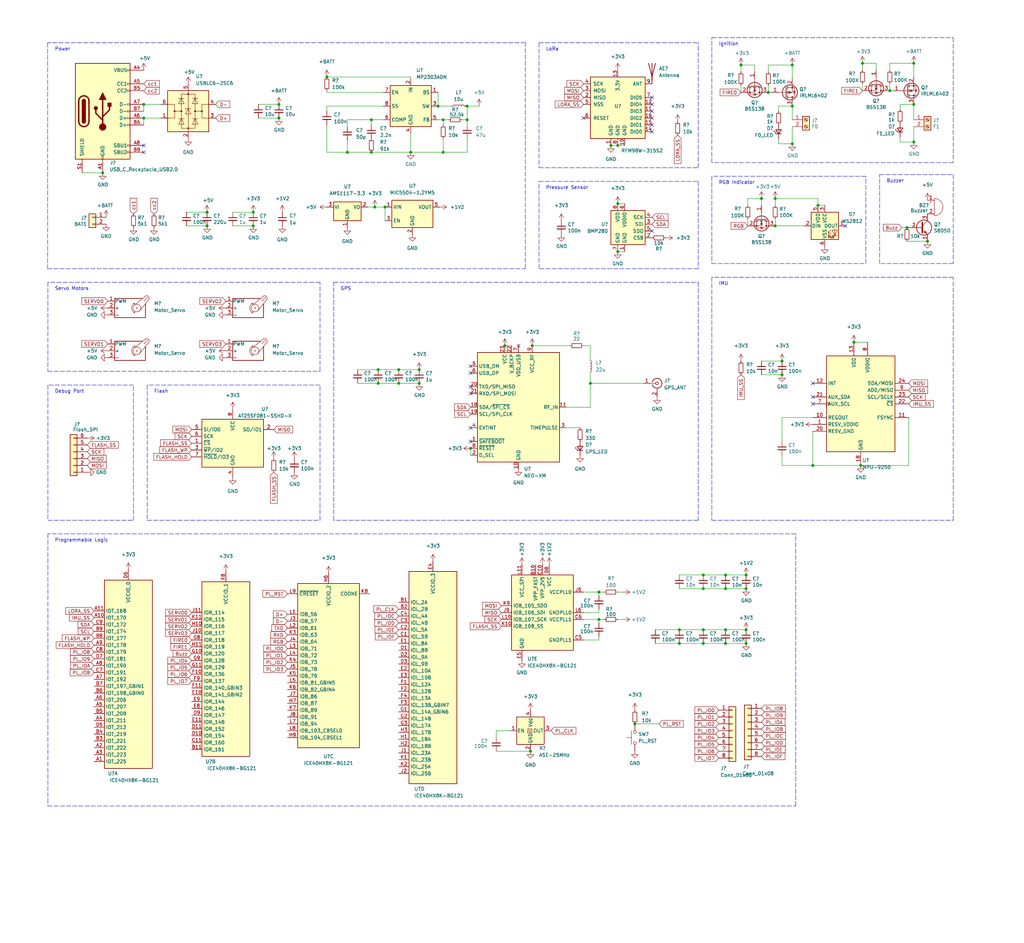
<source format=kicad_sch>
(kicad_sch (version 20211123) (generator eeschema)
  (paper "User" 380.009 350.012)
  (junction (at 219.075 142.24))
  (junction (at 38.1 64.135))
  (junction (at 294.005 24.13))
  (junction (at 269.24 213.36))
  (junction (at 339.09 52.705))
  (junction (at 162.56 39.37))
  (junction (at 173.355 39.37))
  (junction (at 229.235 53.975))
  (junction (at 290.195 133.985))
  (junction (at 339.09 23.495))
  (junction (at 142.875 76.835))
  (junction (at 235.585 268.605))
  (junction (at 173.355 44.45))
  (junction (at 137.795 44.45))
  (junction (at 269.24 238.76))
  (junction (at 294.005 53.34))
  (junction (at 137.795 56.515))
  (junction (at 290.195 139.065))
  (junction (at 140.335 137.16))
  (junction (at 164.465 44.45))
  (junction (at 93.98 83.82))
  (junction (at 269.24 233.68))
  (junction (at 93.98 78.74))
  (junction (at 187.325 128.27))
  (junction (at 344.17 89.535))
  (junction (at 269.24 218.44))
  (junction (at 53.34 43.815))
  (junction (at 285.115 34.29))
  (junction (at 53.34 38.735))
  (junction (at 260.985 238.76))
  (junction (at 294.005 39.37))
  (junction (at 147.955 142.24))
  (junction (at 276.86 233.68))
  (junction (at 196.85 278.765))
  (junction (at 174.625 166.37))
  (junction (at 336.55 84.455))
  (junction (at 155.575 142.24))
  (junction (at 260.985 213.36))
  (junction (at 276.86 213.36))
  (junction (at 252.095 238.76))
  (junction (at 103.505 43.815))
  (junction (at 226.695 53.975))
  (junction (at 76.835 78.74))
  (junction (at 128.905 56.515))
  (junction (at 320.04 23.495))
  (junction (at 282.575 73.66))
  (junction (at 197.485 128.27))
  (junction (at 339.09 38.735))
  (junction (at 147.955 137.16))
  (junction (at 229.235 93.345))
  (junction (at 287.655 83.82))
  (junction (at 229.235 75.565))
  (junction (at 276.86 218.44))
  (junction (at 103.505 38.735))
  (junction (at 222.25 229.87))
  (junction (at 260.985 218.44))
  (junction (at 319.405 172.72))
  (junction (at 276.86 238.76))
  (junction (at 301.625 172.72))
  (junction (at 330.2 33.655))
  (junction (at 287.655 73.66))
  (junction (at 152.4 56.515))
  (junction (at 139.065 76.835))
  (junction (at 76.835 83.82))
  (junction (at 316.865 127))
  (junction (at 121.285 28.575))
  (junction (at 274.955 24.13))
  (junction (at 252.095 233.68))
  (junction (at 155.575 137.16))
  (junction (at 222.25 219.71))
  (junction (at 164.465 56.515))
  (junction (at 140.335 142.24))
  (junction (at 260.985 233.68))
  (junction (at 303.53 76.2))
  (no_connect (at 301.625 142.24))
  (no_connect (at 241.935 36.195))
  (no_connect (at 174.625 163.83))
  (no_connect (at 241.935 43.815))
  (no_connect (at 174.625 158.75))
  (no_connect (at 174.625 138.43))
  (no_connect (at 241.935 41.275))
  (no_connect (at -106.045 -0.635))
  (no_connect (at 53.34 56.515))
  (no_connect (at 53.34 53.975))
  (no_connect (at 301.625 147.32))
  (no_connect (at 174.625 146.05))
  (no_connect (at 241.935 85.725))
  (no_connect (at 174.625 143.51))
  (no_connect (at 241.935 48.895))
  (no_connect (at 216.535 43.815))
  (no_connect (at 313.69 83.82))
  (no_connect (at 241.935 38.735))
  (no_connect (at 174.625 135.89))
  (no_connect (at 241.935 46.355))
  (no_connect (at 301.625 149.86))
  (no_connect (at 192.405 128.27))
  (wire (pts (xy 147.955 137.16) (xy 155.575 137.16)))
  (polyline (pts (xy 259.08 67.31) (xy 259.08 99.695)))
  (polyline (pts (xy 118.745 142.875) (xy 54.61 142.875)))
  (polyline (pts (xy 353.695 102.87) (xy 264.16 102.87)))
  (wire (pts (xy 172.72 39.37) (xy 173.355 39.37)))
  (wire (pts (xy 229.235 93.345) (xy 231.775 93.345)))
  (wire (pts (xy 339.09 46.99) (xy 339.09 52.705)))
  (wire (pts (xy 222.25 229.87) (xy 222.25 231.14)))
  (wire (pts (xy 121.285 46.355) (xy 121.285 56.515)))
  (wire (pts (xy 334.01 52.705) (xy 339.09 52.705)))
  (wire (pts (xy 140.335 137.16) (xy 147.955 137.16)))
  (wire (pts (xy 288.925 53.34) (xy 294.005 53.34)))
  (wire (pts (xy 140.335 142.24) (xy 147.955 142.24)))
  (wire (pts (xy 330.2 26.035) (xy 330.2 23.495)))
  (wire (pts (xy 252.095 233.68) (xy 260.985 233.68)))
  (wire (pts (xy 294.005 39.37) (xy 294.005 44.45)))
  (wire (pts (xy 290.195 168.91) (xy 290.195 172.72)))
  (wire (pts (xy 252.095 218.44) (xy 260.985 218.44)))
  (wire (pts (xy 285.115 26.67) (xy 285.115 24.13)))
  (wire (pts (xy 210.185 151.13) (xy 219.075 151.13)))
  (wire (pts (xy 339.09 44.45) (xy 339.09 38.735)))
  (wire (pts (xy 219.075 151.13) (xy 219.075 142.24)))
  (polyline (pts (xy 264.16 13.97) (xy 353.695 13.97)))
  (wire (pts (xy 334.645 84.455) (xy 336.55 84.455)))
  (wire (pts (xy 121.285 56.515) (xy 128.905 56.515)))
  (wire (pts (xy 294.005 24.13) (xy 294.005 29.21)))
  (polyline (pts (xy 353.695 97.79) (xy 326.39 97.79)))
  (polyline (pts (xy 295.275 299.085) (xy 295.275 198.12)))
  (wire (pts (xy 288.925 39.37) (xy 294.005 39.37)))
  (polyline (pts (xy 353.695 60.325) (xy 264.16 60.325)))
  (polyline (pts (xy 194.945 99.695) (xy 194.945 15.875)))
  (wire (pts (xy 294.005 46.99) (xy 294.005 53.34)))
  (wire (pts (xy 95.885 43.815) (xy 103.505 43.815)))
  (wire (pts (xy 128.905 56.515) (xy 137.795 56.515)))
  (polyline (pts (xy 49.53 193.04) (xy 49.53 142.875)))
  (wire (pts (xy 216.535 219.71) (xy 222.25 219.71)))
  (wire (pts (xy 285.115 34.29) (xy 286.385 34.29)))
  (polyline (pts (xy 17.78 137.795) (xy 118.745 137.795)))
  (wire (pts (xy 164.465 44.45) (xy 166.37 44.45)))
  (wire (pts (xy 282.575 76.2) (xy 282.575 73.66)))
  (wire (pts (xy 301.625 160.02) (xy 301.625 172.72)))
  (wire (pts (xy 260.985 213.36) (xy 269.24 213.36)))
  (wire (pts (xy 95.885 38.735) (xy 103.505 38.735)))
  (wire (pts (xy 229.235 229.87) (xy 231.14 229.87)))
  (wire (pts (xy 210.185 158.75) (xy 215.265 158.75)))
  (wire (pts (xy 330.2 23.495) (xy 339.09 23.495)))
  (wire (pts (xy 162.56 34.29) (xy 162.56 39.37)))
  (wire (pts (xy 303.53 73.66) (xy 303.53 76.2)))
  (wire (pts (xy 290.195 172.72) (xy 301.625 172.72)))
  (polyline (pts (xy 321.31 65.405) (xy 264.16 65.405)))
  (wire (pts (xy 320.04 31.115) (xy 320.04 33.655)))
  (wire (pts (xy 162.56 39.37) (xy 167.64 39.37)))
  (wire (pts (xy 164.465 56.515) (xy 173.355 56.515)))
  (wire (pts (xy 216.535 229.87) (xy 222.25 229.87)))
  (polyline (pts (xy 200.025 67.31) (xy 259.08 67.31)))
  (wire (pts (xy 287.655 83.82) (xy 298.45 83.82)))
  (wire (pts (xy 320.04 23.495) (xy 320.04 26.035)))
  (wire (pts (xy 184.15 271.145) (xy 184.15 273.685)))
  (polyline (pts (xy 17.78 299.085) (xy 295.275 299.085)))
  (polyline (pts (xy 200.025 99.695) (xy 200.025 67.31)))
  (wire (pts (xy 269.24 233.68) (xy 276.86 233.68)))
  (wire (pts (xy 219.075 138.43) (xy 219.075 142.24)))
  (wire (pts (xy 137.795 46.355) (xy 137.795 44.45)))
  (wire (pts (xy 319.405 172.72) (xy 337.185 172.72)))
  (polyline (pts (xy 194.945 15.875) (xy 17.653 15.875)))
  (wire (pts (xy 121.285 33.655) (xy 121.285 34.29)))
  (wire (pts (xy 282.575 139.065) (xy 290.195 139.065)))
  (polyline (pts (xy 353.695 13.97) (xy 353.695 60.325)))
  (wire (pts (xy 222.25 219.71) (xy 222.25 220.98)))
  (wire (pts (xy 137.795 44.45) (xy 142.24 44.45)))
  (wire (pts (xy 69.215 83.82) (xy 76.835 83.82)))
  (wire (pts (xy 316.865 127) (xy 321.945 127)))
  (polyline (pts (xy 259.08 104.775) (xy 259.08 193.04)))
  (wire (pts (xy 325.12 26.035) (xy 325.12 23.495)))
  (wire (pts (xy 164.465 51.435) (xy 164.465 56.515)))
  (wire (pts (xy 277.495 81.28) (xy 277.495 83.82)))
  (polyline (pts (xy 17.78 198.12) (xy 17.78 299.085)))
  (wire (pts (xy 121.285 39.37) (xy 142.24 39.37)))
  (wire (pts (xy 216.535 128.27) (xy 219.075 128.27)))
  (wire (pts (xy 187.325 128.27) (xy 189.865 128.27)))
  (wire (pts (xy 86.36 78.74) (xy 93.98 78.74)))
  (wire (pts (xy 173.355 46.355) (xy 173.355 44.45)))
  (polyline (pts (xy 118.745 137.795) (xy 118.745 104.775)))
  (polyline (pts (xy 326.39 97.79) (xy 326.39 64.77)))
  (wire (pts (xy 162.56 44.45) (xy 164.465 44.45)))
  (wire (pts (xy 269.24 218.44) (xy 276.86 218.44)))
  (wire (pts (xy 197.485 128.27) (xy 211.455 128.27)))
  (polyline (pts (xy 54.61 193.04) (xy 118.745 193.04)))
  (wire (pts (xy 287.655 73.66) (xy 303.53 73.66)))
  (polyline (pts (xy 259.08 193.04) (xy 123.825 193.04)))
  (polyline (pts (xy 264.16 60.325) (xy 264.16 13.97)))
  (wire (pts (xy 339.09 23.495) (xy 339.09 28.575)))
  (wire (pts (xy 173.355 39.37) (xy 173.355 44.45)))
  (wire (pts (xy 222.25 227.33) (xy 216.535 227.33)))
  (wire (pts (xy 301.625 154.94) (xy 290.195 154.94)))
  (wire (pts (xy 173.355 39.37) (xy 177.8 39.37)))
  (wire (pts (xy 69.215 78.74) (xy 76.835 78.74)))
  (wire (pts (xy 288.925 41.275) (xy 288.925 39.37)))
  (wire (pts (xy 229.235 53.975) (xy 231.775 53.975)))
  (wire (pts (xy 86.36 83.82) (xy 93.98 83.82)))
  (wire (pts (xy 274.955 24.13) (xy 274.955 26.67)))
  (wire (pts (xy 53.34 43.815) (xy 53.34 46.355)))
  (wire (pts (xy 274.955 31.75) (xy 274.955 34.29)))
  (wire (pts (xy 336.55 89.535) (xy 344.17 89.535)))
  (wire (pts (xy 53.34 38.735) (xy 53.34 41.275)))
  (wire (pts (xy 53.34 38.735) (xy 59.69 38.735)))
  (wire (pts (xy 287.655 76.2) (xy 287.655 73.66)))
  (wire (pts (xy 303.53 76.2) (xy 306.07 76.2)))
  (wire (pts (xy 139.065 76.835) (xy 142.875 76.835)))
  (wire (pts (xy 277.495 73.66) (xy 277.495 76.2)))
  (wire (pts (xy 269.24 238.76) (xy 276.86 238.76)))
  (wire (pts (xy 243.205 238.76) (xy 252.095 238.76)))
  (wire (pts (xy 222.25 236.22) (xy 222.25 237.49)))
  (wire (pts (xy 287.655 81.28) (xy 287.655 83.82)))
  (wire (pts (xy 136.525 76.835) (xy 139.065 76.835)))
  (polyline (pts (xy 17.78 142.875) (xy 17.78 193.04)))
  (wire (pts (xy 330.2 31.115) (xy 330.2 33.655)))
  (wire (pts (xy 222.25 226.06) (xy 222.25 227.33)))
  (polyline (pts (xy 321.31 97.79) (xy 321.31 65.405)))
  (wire (pts (xy 132.715 137.16) (xy 140.335 137.16)))
  (wire (pts (xy 216.535 237.49) (xy 222.25 237.49)))
  (wire (pts (xy 128.905 46.99) (xy 128.905 44.45)))
  (wire (pts (xy 320.04 23.495) (xy 325.12 23.495)))
  (polyline (pts (xy 54.61 142.875) (xy 54.61 193.04)))
  (wire (pts (xy 269.24 213.36) (xy 276.86 213.36)))
  (wire (pts (xy 330.2 33.655) (xy 331.47 33.655)))
  (wire (pts (xy 152.4 49.53) (xy 152.4 56.515)))
  (polyline (pts (xy 123.825 193.04) (xy 123.825 104.775)))
  (polyline (pts (xy 353.695 64.77) (xy 353.695 97.79)))
  (wire (pts (xy 219.075 142.24) (xy 238.76 142.24)))
  (wire (pts (xy 121.285 41.275) (xy 121.285 39.37)))
  (wire (pts (xy 285.115 24.13) (xy 294.005 24.13)))
  (wire (pts (xy 252.095 238.76) (xy 260.985 238.76)))
  (polyline (pts (xy 200.025 62.23) (xy 259.08 62.23)))
  (polyline (pts (xy 295.275 198.12) (xy 17.78 198.12)))
  (wire (pts (xy 235.585 268.605) (xy 244.475 268.605)))
  (polyline (pts (xy 17.78 104.775) (xy 17.78 137.795)))
  (wire (pts (xy 137.795 56.515) (xy 152.4 56.515)))
  (polyline (pts (xy 123.825 104.775) (xy 259.08 104.775)))
  (wire (pts (xy 184.15 278.765) (xy 196.85 278.765)))
  (wire (pts (xy 174.625 166.37) (xy 174.625 168.91)))
  (wire (pts (xy 231.14 219.71) (xy 229.235 219.71)))
  (wire (pts (xy 334.01 50.8) (xy 334.01 52.705)))
  (wire (pts (xy 128.905 52.07) (xy 128.905 56.515)))
  (wire (pts (xy 184.15 271.145) (xy 189.23 271.145)))
  (polyline (pts (xy 259.08 99.695) (xy 200.025 99.695)))
  (wire (pts (xy 173.355 56.515) (xy 173.355 51.435)))
  (polyline (pts (xy 264.16 97.79) (xy 321.31 97.79)))
  (wire (pts (xy 280.035 26.67) (xy 280.035 24.13)))
  (polyline (pts (xy 200.025 15.875) (xy 259.08 15.875)))
  (polyline (pts (xy 264.16 102.87) (xy 264.16 193.04)))
  (wire (pts (xy 164.465 44.45) (xy 164.465 46.355)))
  (wire (pts (xy 290.195 154.94) (xy 290.195 163.83)))
  (wire (pts (xy 142.875 76.835) (xy 142.875 81.915)))
  (wire (pts (xy 288.925 51.435) (xy 288.925 53.34)))
  (wire (pts (xy 226.695 53.975) (xy 229.235 53.975)))
  (wire (pts (xy 260.985 218.44) (xy 269.24 218.44)))
  (wire (pts (xy 282.575 133.985) (xy 290.195 133.985)))
  (wire (pts (xy 260.985 233.68) (xy 269.24 233.68)))
  (wire (pts (xy 222.25 229.87) (xy 224.155 229.87)))
  (wire (pts (xy 274.955 24.13) (xy 280.035 24.13)))
  (polyline (pts (xy 259.08 62.23) (xy 259.08 15.875)))
  (polyline (pts (xy 326.39 64.77) (xy 353.695 64.77)))
  (wire (pts (xy 219.075 128.27) (xy 219.075 133.35)))
  (wire (pts (xy 319.405 172.72) (xy 301.625 172.72)))
  (wire (pts (xy 252.095 213.36) (xy 260.985 213.36)))
  (polyline (pts (xy 200.025 15.875) (xy 200.025 62.23)))
  (wire (pts (xy 334.01 40.64) (xy 334.01 38.735)))
  (wire (pts (xy 285.115 31.75) (xy 285.115 34.29)))
  (wire (pts (xy 334.01 38.735) (xy 339.09 38.735)))
  (polyline (pts (xy 17.78 193.04) (xy 49.53 193.04)))
  (wire (pts (xy 128.905 44.45) (xy 137.795 44.45)))
  (polyline (pts (xy 264.16 65.405) (xy 264.16 97.79)))
  (wire (pts (xy 132.715 142.24) (xy 140.335 142.24)))
  (polyline (pts (xy 17.653 99.695) (xy 194.945 99.695)))
  (polyline (pts (xy 17.653 15.875) (xy 17.653 99.695)))
  (wire (pts (xy 121.285 34.29) (xy 142.24 34.29)))
  (wire (pts (xy 53.34 43.815) (xy 59.69 43.815)))
  (wire (pts (xy 173.355 44.45) (xy 171.45 44.45)))
  (wire (pts (xy 147.955 142.24) (xy 155.575 142.24)))
  (wire (pts (xy 152.4 56.515) (xy 164.465 56.515)))
  (wire (pts (xy 277.495 73.66) (xy 282.575 73.66)))
  (wire (pts (xy 243.205 233.68) (xy 252.095 233.68)))
  (wire (pts (xy 30.48 64.135) (xy 38.1 64.135)))
  (wire (pts (xy 229.235 75.565) (xy 231.775 75.565)))
  (polyline (pts (xy 264.16 193.04) (xy 353.695 193.04)))
  (wire (pts (xy 337.185 172.72) (xy 337.185 154.94)))
  (wire (pts (xy 121.285 28.575) (xy 152.4 28.575)))
  (polyline (pts (xy 49.53 142.875) (xy 17.78 142.875)))
  (polyline (pts (xy 118.745 193.04) (xy 118.745 142.875)))
  (wire (pts (xy 222.25 219.71) (xy 224.155 219.71)))
  (wire (pts (xy 260.985 238.76) (xy 269.24 238.76)))
  (wire (pts (xy 152.4 28.575) (xy 152.4 29.21)))
  (polyline (pts (xy 118.745 104.775) (xy 17.78 104.775)))
  (polyline (pts (xy 353.695 193.04) (xy 353.695 102.87)))
  (text "RGB Indicator" (at 266.7 68.58 0) (effects (font (size 1.27 1.27)) (justify left bottom)))
  (text "IMU" (at 266.7 106.045 0) (effects (font (size 1.27 1.27)) (justify left bottom)))
  (text "Debug Port" (at 20.32 146.05 0) (effects (font (size 1.27 1.27)) (justify left bottom)))
  (text "Flash" (at 57.15 146.05 0) (effects (font (size 1.27 1.27)) (justify left bottom)))
  (text "Power" (at 20.32 19.05 0) (effects (font (size 1.27 1.27)) (justify left bottom)))
  (text "Programmable Logic" (at 20.32 201.295 0) (effects (font (size 1.27 1.27)) (justify left bottom)))
  (text "LoRa" (at 202.565 19.05 0) (effects (font (size 1.27 1.27)) (justify left bottom)))
  (text "Buzzer" (at 328.93 67.945 0) (effects (font (size 1.27 1.27)) (justify left bottom)))
  (text "Ignition" (at 266.7 17.145 0) (effects (font (size 1.27 1.27)) (justify left bottom)))
  (text "Pressure Sensor" (at 202.565 70.485 0) (effects (font (size 1.27 1.27)) (justify left bottom)))
  (text "Servo Motors" (at 20.32 107.95 0) (effects (font (size 1.27 1.27)) (justify left bottom)))
  (text "GPS" (at 126.365 107.95 0) (effects (font (size 1.27 1.27)) (justify left bottom)))
  (global_label "PL_IO5" (shape input) (at 71.12 247.65 180) (property "Intersheet References" "${INTERSHEET_REFS}" (effects hide)))
  (global_label "PL_IOA" (shape input) (at 34.925 247.015 180) (property "Intersheet References" "${INTERSHEET_REFS}" (effects hide)))
  (global_label "PL_IO7" (shape input) (at 71.12 252.73 180) (property "Intersheet References" "${INTERSHEET_REFS}" (effects hide)))
  (global_label "MISO" (shape input) (at 101.6 159.385 0) (property "Intersheet References" "${INTERSHEET_REFS}" (effects hide)))
  (global_label "PL_RST" (shape input) (at 106.68 220.345 180) (property "Intersheet References" "${INTERSHEET_REFS}" (effects hide)))
  (global_label "MISO" (shape input) (at 32.385 170.18 0) (property "Intersheet References" "${INTERSHEET_REFS}" (effects hide)))
  (global_label "MISO" (shape input) (at 337.185 144.78 0) (property "Intersheet References" "${INTERSHEET_REFS}" (effects hide)))
  (global_label "SCL" (shape input) (at 174.625 153.67 180) (property "Intersheet References" "${INTERSHEET_REFS}" (effects hide)))
  (global_label "PL_IOE" (shape input) (at 282.575 278.13 0) (property "Intersheet References" "${INTERSHEET_REFS}" (effects hide)))
  (global_label "SERVO2" (shape input) (at 83.82 111.76 180) (property "Intersheet References" "${INTERSHEET_REFS}" (effects hide)))
  (global_label "D+" (shape input) (at 80.01 43.815 0) (property "Intersheet References" "${INTERSHEET_REFS}" (effects hide)))
  (global_label "FLASH_HOLD" (shape input) (at 71.12 169.545 180) (property "Intersheet References" "${INTERSHEET_REFS}" (effects hide)))
  (global_label "PL_IO2" (shape input) (at 106.68 245.745 180) (property "Intersheet References" "${INTERSHEET_REFS}" (effects hide)))
  (global_label "FLASH_WP" (shape input) (at 34.925 236.855 180) (property "Intersheet References" "${INTERSHEET_REFS}" (effects hide)))
  (global_label "FIRE1" (shape input) (at 71.12 240.03 180) (property "Intersheet References" "${INTERSHEET_REFS}" (effects hide)))
  (global_label "SCL" (shape input) (at 34.925 234.315 180) (property "Intersheet References" "${INTERSHEET_REFS}" (effects hide)))
  (global_label "SCK" (shape input) (at 32.385 167.64 0) (property "Intersheet References" "${INTERSHEET_REFS}" (effects hide)))
  (global_label "SCK" (shape input) (at 186.055 229.87 180) (property "Intersheet References" "${INTERSHEET_REFS}" (effects hide)))
  (global_label "PL_CLK" (shape input) (at 147.955 226.06 180) (property "Intersheet References" "${INTERSHEET_REFS}" (effects hide)))
  (global_label "PL_IO7" (shape input) (at 266.7 281.305 180) (property "Intersheet References" "${INTERSHEET_REFS}" (effects hide)))
  (global_label "SERVO2" (shape input) (at 71.12 232.41 180) (property "Intersheet References" "${INTERSHEET_REFS}" (effects hide)))
  (global_label "Buzz" (shape input) (at 71.12 242.57 180) (property "Intersheet References" "${INTERSHEET_REFS}" (effects hide)))
  (global_label "FIRE0" (shape input) (at 274.955 34.29 180) (property "Intersheet References" "${INTERSHEET_REFS}" (effects hide)))
  (global_label "SERVO0" (shape input) (at 71.12 227.33 180) (property "Intersheet References" "${INTERSHEET_REFS}" (effects hide)))
  (global_label "MOSI" (shape input) (at 216.535 33.655 180) (property "Intersheet References" "${INTERSHEET_REFS}" (effects hide)))
  (global_label "PL_IO8" (shape input) (at 282.575 262.89 0) (property "Intersheet References" "${INTERSHEET_REFS}" (effects hide)))
  (global_label "PL_IO4" (shape input) (at 266.7 273.685 180) (property "Intersheet References" "${INTERSHEET_REFS}" (effects hide)))
  (global_label "cc1" (shape input) (at 53.34 31.115 0) (property "Intersheet References" "${INTERSHEET_REFS}" (effects hide)))
  (global_label "RGB" (shape input) (at 106.68 238.125 180) (property "Intersheet References" "${INTERSHEET_REFS}" (effects hide)))
  (global_label "FIRE1" (shape input) (at 320.04 33.655 180) (property "Intersheet References" "${INTERSHEET_REFS}" (effects hide)))
  (global_label "Buzz" (shape input) (at 334.645 84.455 180) (property "Intersheet References" "${INTERSHEET_REFS}" (effects hide)))
  (global_label "PL_IO4" (shape input) (at 71.12 245.11 180) (property "Intersheet References" "${INTERSHEET_REFS}" (effects hide)))
  (global_label "cc2" (shape input) (at 57.15 79.375 90) (property "Intersheet References" "${INTERSHEET_REFS}" (effects hide)))
  (global_label "MOSI" (shape input) (at 186.055 224.79 180) (property "Intersheet References" "${INTERSHEET_REFS}" (effects hide)))
  (global_label "SCK" (shape input) (at 216.535 31.115 180) (property "Intersheet References" "${INTERSHEET_REFS}" (effects hide)))
  (global_label "SERVO3" (shape input) (at 83.82 127.635 180) (property "Intersheet References" "${INTERSHEET_REFS}" (effects hide)))
  (global_label "MOSI" (shape input) (at 337.185 142.24 0) (property "Intersheet References" "${INTERSHEET_REFS}" (effects hide)))
  (global_label "PL_IO6" (shape input) (at 71.12 250.19 180) (property "Intersheet References" "${INTERSHEET_REFS}" (effects hide)))
  (global_label "PL_IOF" (shape input) (at 282.575 280.67 0) (property "Intersheet References" "${INTERSHEET_REFS}" (effects hide)))
  (global_label "SERVO3" (shape input) (at 71.12 234.95 180) (property "Intersheet References" "${INTERSHEET_REFS}" (effects hide)))
  (global_label "PL_IOB" (shape input) (at 282.575 270.51 0) (property "Intersheet References" "${INTERSHEET_REFS}" (effects hide)))
  (global_label "SCK" (shape input) (at 337.185 147.32 0) (property "Intersheet References" "${INTERSHEET_REFS}" (effects hide)))
  (global_label "PL_IO6" (shape input) (at 266.7 278.765 180) (property "Intersheet References" "${INTERSHEET_REFS}" (effects hide)))
  (global_label "MISO" (shape input) (at 216.535 36.195 180) (property "Intersheet References" "${INTERSHEET_REFS}" (effects hide)))
  (global_label "D-" (shape input) (at 106.68 230.505 180) (property "Intersheet References" "${INTERSHEET_REFS}" (effects hide)))
  (global_label "PL_IOC" (shape input) (at 282.575 273.05 0) (property "Intersheet References" "${INTERSHEET_REFS}" (effects hide)))
  (global_label "RGB" (shape input) (at 277.495 83.82 180) (property "Intersheet References" "${INTERSHEET_REFS}" (effects hide)))
  (global_label "FLASH_SS" (shape input) (at 71.12 164.465 180) (property "Intersheet References" "${INTERSHEET_REFS}" (effects hide)))
  (global_label "PL_IO0" (shape input) (at 106.68 240.665 180) (property "Intersheet References" "${INTERSHEET_REFS}" (effects hide)))
  (global_label "RXD" (shape input) (at 106.68 235.585 180) (property "Intersheet References" "${INTERSHEET_REFS}" (effects hide)))
  (global_label "PL_RST" (shape input) (at 244.475 268.605 0) (property "Intersheet References" "${INTERSHEET_REFS}" (effects hide)))
  (global_label "IMU_SS" (shape input) (at 337.185 149.86 0) (property "Intersheet References" "${INTERSHEET_REFS}" (effects hide)))
  (global_label "FLASH_HOLD" (shape input) (at 34.925 239.395 180) (property "Intersheet References" "${INTERSHEET_REFS}" (effects hide)))
  (global_label "SDA" (shape input) (at 174.625 151.13 180) (property "Intersheet References" "${INTERSHEET_REFS}" (effects hide)))
  (global_label "PL_IOF" (shape input) (at 147.955 236.22 180) (property "Intersheet References" "${INTERSHEET_REFS}" (effects hide)))
  (global_label "SDA" (shape input) (at 34.925 231.775 180) (property "Intersheet References" "${INTERSHEET_REFS}" (effects hide)))
  (global_label "LORA_SS" (shape input) (at 251.46 50.165 270) (property "Intersheet References" "${INTERSHEET_REFS}" (effects hide)))
  (global_label "PL_IO5" (shape input) (at 266.7 276.225 180) (property "Intersheet References" "${INTERSHEET_REFS}" (effects hide)))
  (global_label "SCK" (shape input) (at 71.12 161.925 180) (property "Intersheet References" "${INTERSHEET_REFS}" (effects hide)))
  (global_label "IMU_SS" (shape input) (at 274.955 139.065 270) (property "Intersheet References" "${INTERSHEET_REFS}" (effects hide)))
  (global_label "PL_IOE" (shape input) (at 147.955 233.68 180) (property "Intersheet References" "${INTERSHEET_REFS}" (effects hide)))
  (global_label "PL_IO2" (shape input) (at 266.7 268.605 180) (property "Intersheet References" "${INTERSHEET_REFS}" (effects hide)))
  (global_label "SERVO1" (shape input) (at 71.12 229.87 180) (property "Intersheet References" "${INTERSHEET_REFS}" (effects hide)))
  (global_label "PL_IOC" (shape input) (at 147.955 228.6 180) (property "Intersheet References" "${INTERSHEET_REFS}" (effects hide)))
  (global_label "FIRE0" (shape input) (at 71.12 237.49 180) (property "Intersheet References" "${INTERSHEET_REFS}" (effects hide)))
  (global_label "FLASH_WP" (shape input) (at 71.12 167.005 180) (property "Intersheet References" "${INTERSHEET_REFS}" (effects hide)))
  (global_label "PL_IOD" (shape input) (at 147.955 231.14 180) (property "Intersheet References" "${INTERSHEET_REFS}" (effects hide)))
  (global_label "FLASH_SS" (shape input) (at 32.385 165.1 0) (property "Intersheet References" "${INTERSHEET_REFS}" (effects hide)))
  (global_label "PL_IO1" (shape input) (at 266.7 266.065 180) (property "Intersheet References" "${INTERSHEET_REFS}" (effects hide)))
  (global_label "PL_IOD" (shape input) (at 282.575 275.59 0) (property "Intersheet References" "${INTERSHEET_REFS}" (effects hide)))
  (global_label "cc1" (shape input) (at 49.53 79.375 90) (property "Intersheet References" "${INTERSHEET_REFS}" (effects hide)))
  (global_label "PL_IO8" (shape input) (at 34.925 241.935 180) (property "Intersheet References" "${INTERSHEET_REFS}" (effects hide)))
  (global_label "SERVO0" (shape input) (at 40.005 111.76 180) (property "Intersheet References" "${INTERSHEET_REFS}" (effects hide)))
  (global_label "PL_IOA" (shape input) (at 282.575 267.97 0) (property "Intersheet References" "${INTERSHEET_REFS}" (effects hide)))
  (global_label "PL_IO0" (shape input) (at 266.7 263.525 180) (property "Intersheet References" "${INTERSHEET_REFS}" (effects hide)))
  (global_label "MISO" (shape input) (at 186.055 227.33 180) (property "Intersheet References" "${INTERSHEET_REFS}" (effects hide)))
  (global_label "LORA_SS" (shape input) (at 34.925 226.695 180) (property "Intersheet References" "${INTERSHEET_REFS}" (effects hide)))
  (global_label "PL_IO3" (shape input) (at 106.68 248.285 180) (property "Intersheet References" "${INTERSHEET_REFS}" (effects hide)))
  (global_label "SDA" (shape input) (at 241.935 83.185 0) (property "Intersheet References" "${INTERSHEET_REFS}" (effects hide)))
  (global_label "PL_IO3" (shape input) (at 266.7 271.145 180) (property "Intersheet References" "${INTERSHEET_REFS}" (effects hide)))
  (global_label "D+" (shape input) (at 106.68 227.965 180) (property "Intersheet References" "${INTERSHEET_REFS}" (effects hide)))
  (global_label "MOSI" (shape input) (at 32.385 172.72 0) (property "Intersheet References" "${INTERSHEET_REFS}" (effects hide)))
  (global_label "TXD" (shape input) (at 106.68 233.045 180) (property "Intersheet References" "${INTERSHEET_REFS}" (effects hide)))
  (global_label "FLASH_SS" (shape input) (at 186.055 232.41 180) (property "Intersheet References" "${INTERSHEET_REFS}" (effects hide)))
  (global_label "SCL" (shape input) (at 241.935 80.645 0) (property "Intersheet References" "${INTERSHEET_REFS}" (effects hide)))
  (global_label "PL_IO9" (shape input) (at 282.575 265.43 0) (property "Intersheet References" "${INTERSHEET_REFS}" (effects hide)))
  (global_label "PL_CLK" (shape input) (at 204.47 271.145 0) (property "Intersheet References" "${INTERSHEET_REFS}" (effects hide)))
  (global_label "PL_IO1" (shape input) (at 106.68 243.205 180) (property "Intersheet References" "${INTERSHEET_REFS}" (effects hide)))
  (global_label "cc2" (shape input) (at 53.34 33.655 0) (property "Intersheet References" "${INTERSHEET_REFS}" (effects hide)))
  (global_label "SERVO1" (shape input) (at 40.005 127.635 180) (property "Intersheet References" "${INTERSHEET_REFS}" (effects hide)))
  (global_label "PL_IO9" (shape input) (at 34.925 244.475 180) (property "Intersheet References" "${INTERSHEET_REFS}" (effects hide)))
  (global_label "MOSI" (shape input) (at 71.12 159.385 180) (property "Intersheet References" "${INTERSHEET_REFS}" (effects hide)))
  (global_label "IMU_SS" (shape input) (at 34.925 229.235 180) (property "Intersheet References" "${INTERSHEET_REFS}" (effects hide)))
  (global_label "FLASH_SS" (shape input) (at 101.6 175.26 270) (property "Intersheet References" "${INTERSHEET_REFS}" (effects hide)))
  (global_label "PL_IOB" (shape input) (at 34.925 249.555 180) (property "Intersheet References" "${INTERSHEET_REFS}" (effects hide)))
  (global_label "LORA_SS" (shape input) (at 216.535 38.735 180) (property "Intersheet References" "${INTERSHEET_REFS}" (effects hide)))
  (global_label "D-" (shape input) (at 80.01 38.735 0) (property "Intersheet References" "${INTERSHEET_REFS}" (effects hide)))
  (symbol (lib_name "+BATT_1") (lib_id "power:+BATT") (at 339.09 23.495 0) (unit 1)
    (property "Reference" "#PWR?" (effects hide))
    (property "Value" "+BATT" (at 339.09 19.05 0))
  )
  (symbol (lib_id "Motor:Motor_Servo") (at 47.625 130.175 0) (unit 1)
    (property "Reference" "M?" (at 57.15 128.4715 0) (effects (justify left)))
    (property "Value" "Motor_Servo" (at 57.15 131.0115 0) (effects (justify left)))
    (property "Datasheet" "http://forums.parallax.com/uploads/attachments/46831/74481.png" (effects hide))
  )
  (symbol (lib_id "power:+3V3") (at 101.6 170.18 0) (unit 1)
    (property "Reference" "#PWR?" (effects hide))
    (property "Value" "+3V3" (at 101.6 166.37 0))
  )
  (symbol (lib_id "power:+3V3") (at 47.625 211.455 0) (unit 1)
    (property "Reference" "#PWR?" (effects hide))
    (property "Value" "+3V3" (at 47.625 205.74 0))
  )
  (symbol (lib_id "Power_Protection:USBLC6-2SC6") (at 69.85 41.275 0) (unit 1)
    (property "Reference" "U?" (at 72.6187 28.321 0) (effects (justify left)))
    (property "Value" "USBLC6-2SC6" (at 72.6187 30.861 0) (effects (justify left)))
    (property "Footprint" "Package_TO_SOT_SMD:SOT-23-6" (effects hide))
    (property "Datasheet" "https://www.st.com/resource/en/datasheet/usblc6-2.pdf" (effects hide))
  )
  (symbol (lib_id "Device:C_Small") (at 121.285 43.815 0) (unit 1)
    (property "Reference" "C?" (at 123.825 42.5512 0) (effects (justify left)))
    (property "Value" "100n" (at 123.825 45.085 0) (effects (justify left)))
    (property "Footprint" "Capacitor_SMD:C_0201_0603Metric" (effects hide))
  )
  (symbol (lib_id "Connector_Generic:Conn_01x06") (at 27.305 170.18 180) (unit 1)
    (property "Reference" "J?" (at 28.575 157.48 0))
    (property "Value" "Flash_SPI" (at 31.75 159.385 0))
  )
  (symbol (lib_id "Connector_Generic:Conn_01x02") (at 34.29 80.645 0) (mirror y) (unit 1)
    (property "Reference" "J?" (at 32.258 80.8482 0) (effects (justify left)))
    (property "Value" "BAT1" (at 32.258 83.1596 0) (effects (justify left)))
    (property "Footprint" "Connector_JST:JST_XH_B2B-XH-A_1x02_P2.50mm_Vertical" (effects hide))
  )
  (symbol (lib_id "Motor:Motor_Servo") (at 91.44 114.3 0) (unit 1)
    (property "Reference" "M?" (at 100.965 112.5965 0) (effects (justify left)))
    (property "Value" "Motor_Servo" (at 100.965 115.1365 0) (effects (justify left)))
    (property "Datasheet" "http://forums.parallax.com/uploads/attachments/46831/74481.png" (effects hide))
  )
  (symbol (lib_id "Device:R_Small") (at 226.695 229.87 90) (unit 1)
    (property "Reference" "R?" (at 226.06 226.06 90))
    (property "Value" "100" (at 226.695 227.965 90))
  )
  (symbol (lib_id "power:+3V3") (at 229.235 75.565 0) (unit 1)
    (property "Reference" "#PWR?" (effects hide))
    (property "Value" "+3V3" (at 229.235 69.85 0))
  )
  (symbol (lib_id "power:GND") (at 243.84 147.32 0) (unit 1)
    (property "Reference" "#PWR?" (effects hide))
    (property "Value" "GND" (at 243.84 151.765 0))
  )
  (symbol (lib_id "RF_Module:RFM98W-315S2") (at 229.235 38.735 0) (unit 1)
    (property "Reference" "U?" (at 227.965 39.37 0) (effects (justify left)))
    (property "Value" "RFM98W-315S2" (at 230.505 55.88 0) (effects (justify left)))
    (property "Footprint" "RF_Module:HOPERF_RFM9XW_SMD" (effects hide))
    (property "Datasheet" "https://www.hoperf.com/data/upload/portal/20181127/5bfcdb5e17543.pdf" (effects hide))
  )
  (symbol (lib_id "power:+3V3") (at 208.28 81.915 0) (unit 1)
    (property "Reference" "#PWR?" (effects hide))
    (property "Value" "+3V3" (at 208.28 76.2 0))
  )
  (symbol (lib_id "power:GND") (at 155.575 142.24 0) (unit 1)
    (property "Reference" "#PWR?" (effects hide))
    (property "Value" "GND" (at 155.702 146.6342 0))
  )
  (symbol (lib_id "power:+3V3") (at 109.22 170.18 0) (unit 1)
    (property "Reference" "#PWR?" (effects hide))
    (property "Value" "+3V3" (at 109.22 166.37 0))
  )
  (symbol (lib_name "+BATT_1") (lib_id "power:+BATT") (at 294.005 24.13 0) (unit 1)
    (property "Reference" "#PWR?" (effects hide))
    (property "Value" "+BATT" (at 294.005 19.685 0))
  )
  (symbol (lib_id "power:GND") (at 193.675 245.11 0) (unit 1)
    (property "Reference" "#PWR?" (effects hide))
    (property "Value" "GND" (at 193.675 249.555 0))
  )
  (symbol (lib_name "+BATT_4") (lib_id "power:+BATT") (at 121.285 28.575 0) (unit 1)
    (property "Reference" "#PWR?" (effects hide))
    (property "Value" "+BATT" (at 121.285 22.86 0))
  )
  (symbol (lib_id "Device:C_Small") (at 222.25 233.68 0) (unit 1)
    (property "Reference" "C?" (at 216.535 232.41 0) (effects (justify left)))
    (property "Value" "100n" (at 215.265 234.315 0) (effects (justify left)))
  )
  (symbol (lib_id "Device:L_Small") (at 170.18 39.37 90) (unit 1)
    (property "Reference" "L?" (at 170.18 34.29 90))
    (property "Value" "10u" (at 170.18 36.83 90))
  )
  (symbol (lib_id "power:+BATT") (at 39.37 80.645 0) (mirror y) (unit 1)
    (property "Reference" "#PWR?" (effects hide))
    (property "Value" "+BATT" (at 38.989 76.2508 0))
  )
  (symbol (lib_id "power:GND") (at 196.85 278.765 0) (unit 1)
    (property "Reference" "#PWR?" (effects hide))
    (property "Value" "GND" (at 196.85 283.845 0))
  )
  (symbol (lib_id "power:+3V3") (at 197.485 128.27 0) (unit 1)
    (property "Reference" "#PWR?" (effects hide))
    (property "Value" "+3V3" (at 197.485 123.19 0))
  )
  (symbol (lib_id "power:GND") (at 208.28 86.995 0) (unit 1)
    (property "Reference" "#PWR?" (effects hide))
    (property "Value" "GND" (at 208.407 91.3892 0))
  )
  (symbol (lib_id "power:GND") (at 276.86 238.76 0) (unit 1)
    (property "Reference" "#PWR?" (effects hide))
    (property "Value" "GND" (at 276.987 243.1542 0))
  )
  (symbol (lib_id "Device:C_Small") (at 208.28 84.455 0) (unit 1)
    (property "Reference" "C?" (at 210.6168 83.2866 0) (effects (justify left)))
    (property "Value" "100n" (at 210.6168 85.598 0) (effects (justify left)))
    (property "Footprint" "Capacitor_Tantalum_SMD:CP_EIA-3528-12_Kemet-T" (effects hide))
  )
  (symbol (lib_id "Device:C_Small") (at 260.985 236.22 0) (unit 1)
    (property "Reference" "C?" (at 263.3218 235.0516 0) (effects (justify left)))
    (property "Value" "100n" (at 263.3218 237.363 0) (effects (justify left)))
    (property "Footprint" "Capacitor_SMD:C_0603_1608Metric" (effects hide))
  )
  (symbol (lib_id "Device:C_Small") (at 269.24 215.9 0) (unit 1)
    (property "Reference" "C?" (at 271.5768 214.7316 0) (effects (justify left)))
    (property "Value" "10n" (at 271.5768 217.043 0) (effects (justify left)))
    (property "Footprint" "Capacitor_SMD:C_0603_1608Metric" (effects hide))
  )
  (symbol (lib_id "Device:R_Small") (at 137.795 53.975 0) (unit 1)
    (property "Reference" "R?" (at 140.97 52.705 0) (effects (justify left)))
    (property "Value" "91k" (at 140.97 55.245 0) (effects (justify left)))
  )
  (symbol (lib_id "Transistor_FET:IRLML6402") (at 291.465 34.29 0) (mirror x) (unit 1)
    (property "Reference" "Q?" (at 296.6466 33.1216 0) (effects (justify left)))
    (property "Value" "IRLML6402" (at 296.6466 35.433 0) (effects (justify left)))
    (property "Footprint" "Package_TO_SOT_SMD:SOT-23" (effects hide))
    (property "Datasheet" "https://www.infineon.com/dgdl/irlml6402pbf.pdf?fileId=5546d462533600a401535668d5c2263c" (effects hide))
  )
  (symbol (lib_id "Device:C_Small") (at 282.575 136.525 0) (unit 1)
    (property "Reference" "C?" (at 284.9118 135.3566 0) (effects (justify left)))
    (property "Value" "10n" (at 284.9118 137.668 0) (effects (justify left)))
    (property "Footprint" "Capacitor_SMD:C_0603_1608Metric" (effects hide))
  )
  (symbol (lib_id "Device:R_Small") (at 277.495 78.74 0) (unit 1)
    (property "Reference" "R?" (at 272.415 77.47 0) (effects (justify left)))
    (property "Value" "100K" (at 271.145 80.01 0) (effects (justify left)))
    (property "Footprint" "Resistor_SMD:R_0603_1608Metric" (effects hide))
  )
  (symbol (lib_id "Device:C_Small") (at 269.24 236.22 0) (unit 1)
    (property "Reference" "C?" (at 271.5768 235.0516 0) (effects (justify left)))
    (property "Value" "100n" (at 271.5768 237.363 0) (effects (justify left)))
    (property "Footprint" "Capacitor_SMD:C_0603_1608Metric" (effects hide))
  )
  (symbol (lib_id "power:+5V") (at 76.835 78.74 0) (unit 1)
    (property "Reference" "#PWR?" (effects hide))
    (property "Value" "+5V" (at 77.216 74.3458 0))
  )
  (symbol (lib_id "Regulator_Switching:MP2303ADN") (at 152.4 39.37 0) (unit 1)
    (property "Reference" "U?" (at 154.4194 26.035 0) (effects (justify left)))
    (property "Value" "MP2303ADN" (at 154.4194 28.575 0) (effects (justify left)))
    (property "Footprint" "Package_SO:SOIC-8-1EP_3.9x4.9mm_P1.27mm_EP2.62x3.51mm" (effects hide))
    (property "Datasheet" "https://www.monolithicpower.com/pub/media/document/MP2303A_r1.1.pdf" (effects hide))
  )
  (symbol (lib_id "Device:C_Small") (at 76.835 81.28 0) (unit 1)
    (property "Reference" "C?" (at 79.1718 80.1116 0) (effects (justify left)))
    (property "Value" "220u" (at 79.1718 82.423 0) (effects (justify left)))
    (property "Footprint" "Capacitor_Tantalum_SMD:CP_EIA-3528-12_Kemet-T" (effects hide))
  )
  (symbol (lib_name "+5V_4") (lib_id "power:+5V") (at 83.82 130.175 90) (unit 1)
    (property "Reference" "#PWR?" (effects hide))
    (property "Value" "+5V" (at 80.01 130.1749 90) (effects (justify left)))
  )
  (symbol (lib_id "Device:C_Small") (at 140.335 139.7 0) (unit 1)
    (property "Reference" "C?" (at 142.6718 138.5316 0) (effects (justify left)))
    (property "Value" "100n" (at 142.6718 140.843 0) (effects (justify left)))
    (property "Footprint" "Capacitor_SMD:C_0603_1608Metric" (effects hide))
  )
  (symbol (lib_id "power:GND") (at 153.035 86.995 0) (unit 1)
    (property "Reference" "#PWR?" (effects hide))
    (property "Value" "GND" (at 153.035 92.075 0))
  )
  (symbol (lib_id "Device:R_Small") (at 168.91 44.45 90) (unit 1)
    (property "Reference" "R?" (at 168.91 40.64 90))
    (property "Value" "52.5k" (at 169.545 42.545 90))
  )
  (symbol (lib_id "Memory_Flash:AT25SF081-SSHD-X") (at 86.36 164.465 0) (unit 1)
    (property "Reference" "U?" (at 98.298 151.765 0))
    (property "Value" "AT25SF081-SSHD-X" (at 98.298 154.305 0))
    (property "Footprint" "Package_SO:SOIC-8_3.9x4.9mm_P1.27mm" (effects hide))
    (property "Datasheet" "https://www.adestotech.com/wp-content/uploads/DS-AT25SF081_045.pdf" (effects hide))
  )
  (symbol (lib_id "power:GND") (at 57.15 84.455 0) (unit 1)
    (property "Reference" "#PWR?" (effects hide))
    (property "Value" "GND" (at 57.277 88.8492 0))
  )
  (symbol (lib_id "power:GND") (at 39.37 83.185 0) (unit 1)
    (property "Reference" "#PWR?" (effects hide))
    (property "Value" "GND" (at 39.37 87.63 0))
  )
  (symbol (lib_id "power:GND") (at 83.82 116.84 270) (unit 1)
    (property "Reference" "#PWR?" (effects hide))
    (property "Value" "GND" (at 80.01 116.8399 90) (effects (justify right)))
  )
  (symbol (lib_id "Device:C_Small") (at 290.195 136.525 0) (unit 1)
    (property "Reference" "C?" (at 292.5318 135.3566 0) (effects (justify left)))
    (property "Value" "100n" (at 292.5318 137.668 0) (effects (justify left)))
    (property "Footprint" "Capacitor_Tantalum_SMD:CP_EIA-3528-12_Kemet-T" (effects hide))
  )
  (symbol (lib_id "Device:R_Small") (at 274.955 29.21 0) (unit 1)
    (property "Reference" "R?" (at 269.875 27.94 0) (effects (justify left)))
    (property "Value" "100K" (at 268.605 30.48 0) (effects (justify left)))
    (property "Footprint" "Resistor_SMD:R_0603_1608Metric" (effects hide))
  )
  (symbol (lib_id "Device:C_Small") (at 137.795 48.895 0) (unit 1)
    (property "Reference" "C?" (at 140.97 47.6312 0) (effects (justify left)))
    (property "Value" "2.2n" (at 140.97 50.1712 0) (effects (justify left)))
  )
  (symbol (lib_id "Device:C_Small") (at 276.86 215.9 0) (unit 1)
    (property "Reference" "C?" (at 279.1968 214.7316 0) (effects (justify left)))
    (property "Value" "10n" (at 279.1968 217.043 0) (effects (justify left)))
    (property "Footprint" "Capacitor_Tantalum_SMD:CP_EIA-3528-12_Kemet-T" (effects hide))
  )
  (symbol (lib_id "Device:C_Small") (at 243.205 236.22 0) (unit 1)
    (property "Reference" "C?" (at 245.5418 235.0516 0) (effects (justify left)))
    (property "Value" "100n" (at 245.5418 237.363 0) (effects (justify left)))
    (property "Footprint" "Capacitor_SMD:C_0603_1608Metric" (effects hide))
  )
  (symbol (lib_id "power:GND") (at 192.405 173.99 0) (unit 1)
    (property "Reference" "#PWR?" (effects hide))
    (property "Value" "GND" (at 192.405 179.07 0))
  )
  (symbol (lib_id "power:GND") (at 69.85 51.435 0) (unit 1)
    (property "Reference" "#PWR?" (effects hide))
    (property "Value" "GND" (at 69.85 56.515 0))
  )
  (symbol (lib_id "power:+3V3") (at 160.655 208.28 0) (unit 1)
    (property "Reference" "#PWR?" (effects hide))
    (property "Value" "+3V3" (at 160.655 202.565 0))
  )
  (symbol (lib_id "power:+3V3") (at 320.04 23.495 0) (unit 1)
    (property "Reference" "#PWR?" (effects hide))
    (property "Value" "+3V3" (at 320.421 19.1008 0))
  )
  (symbol (lib_id "Regulator_Linear:AMS1117-3.3") (at 128.905 76.835 0) (unit 1)
    (property "Reference" "U?" (at 128.905 69.215 0))
    (property "Value" "AMS1117-3.3" (at 128.905 71.755 0))
    (property "Footprint" "Package_TO_SOT_SMD:SOT-223-3_TabPin2" (effects hide))
    (property "Datasheet" "http://www.advanced-monolithic.com/pdf/ds1117.pdf" (effects hide))
  )
  (symbol (lib_id "Device:Antenna") (at 241.935 26.035 0) (unit 1)
    (property "Reference" "AE?" (at 244.475 25.3999 0) (effects (justify left)))
    (property "Value" "Antenna" (at 244.475 27.9399 0) (effects (justify left)))
  )
  (symbol (lib_id "power:+3V3") (at 235.585 263.525 0) (unit 1)
    (property "Reference" "#PWR?" (effects hide))
    (property "Value" "+3V3" (at 235.585 257.81 0))
  )
  (symbol (lib_id "Connector:Screw_Terminal_01x02") (at 344.17 44.45 0) (unit 1)
    (property "Reference" "J?" (at 346.202 44.6532 0) (effects (justify left)))
    (property "Value" "F1" (at 346.202 46.9646 0) (effects (justify left)))
    (property "Footprint" "TerminalBlock_Phoenix:TerminalBlock_Phoenix_MPT-0,5-2-2.54_1x02_P2.54mm_Horizontal" (effects hide))
  )
  (symbol (lib_name "+5V_2") (lib_id "power:+5V") (at 287.655 73.66 0) (unit 1)
    (property "Reference" "#PWR?" (effects hide))
    (property "Value" "+5V" (at 287.655 69.215 0))
  )
  (symbol (lib_id "Device:C_Small") (at 290.195 166.37 0) (unit 1)
    (property "Reference" "C?" (at 292.5318 165.2016 0) (effects (justify left)))
    (property "Value" "100n" (at 292.5318 167.513 0) (effects (justify left)))
    (property "Footprint" "Capacitor_SMD:C_0603_1608Metric" (effects hide))
  )
  (symbol (lib_id "LED:WS2812") (at 306.07 83.82 0) (unit 1)
    (property "Reference" "D?" (at 316.23 79.4893 0))
    (property "Value" "WS2812" (at 316.23 82.0293 0))
    (property "Footprint" "LED_SMD:LED_WS2812_PLCC6_5.0x5.0mm_P1.6mm" (effects hide))
    (property "Datasheet" "https://cdn-shop.adafruit.com/datasheets/WS2812.pdf" (effects hide))
  )
  (symbol (lib_id "Device:C_Small") (at 184.15 276.225 0) (unit 1)
    (property "Reference" "C?" (at 178.435 274.955 0) (effects (justify left)))
    (property "Value" "100n" (at 175.895 276.86 0) (effects (justify left)))
  )
  (symbol (lib_id "Sensor_Motion:MPU-9250") (at 319.405 149.86 0) (mirror y) (unit 1)
    (property "Reference" "U?" (at 319.9256 170.815 0) (effects (justify right)))
    (property "Value" "MPU-9250" (at 319.9256 173.355 0) (effects (justify right)))
    (property "Footprint" "Sensor_Motion:InvenSense_QFN-24_3x3mm_P0.4mm" (effects hide))
    (property "Datasheet" "https://store.invensense.com/datasheets/invensense/MPU9250REV1.0.pdf" (effects hide))
  )
  (symbol (lib_id "power:GND") (at 32.385 175.26 90) (unit 1)
    (property "Reference" "#PWR?" (effects hide))
    (property "Value" "GND" (at 35.56 175.2599 90) (effects (justify right)))
  )
  (symbol (lib_id "Connector_Generic:Conn_01x08") (at 271.78 271.145 0) (unit 1)
    (property "Reference" "J?" (at 267.335 285.115 0) (effects (justify left)))
    (property "Value" "Conn_01x08" (at 267.335 287.655 0) (effects (justify left)))
  )
  (symbol (lib_id "Device:R_Small") (at 274.955 136.525 0) (unit 1)
    (property "Reference" "R?" (at 276.86 135.2549 0) (effects (justify left)))
    (property "Value" "10k" (at 276.86 137.7949 0) (effects (justify left)))
  )
  (symbol (lib_id "Transistor_BJT:S8050") (at 341.63 84.455 0) (unit 1)
    (property "Reference" "Q?" (at 346.4814 83.2866 0) (effects (justify left)))
    (property "Value" "S8050" (at 346.4814 85.598 0) (effects (justify left)))
    (property "Footprint" "Package_TO_SOT_SMD:SOT-23" (effects hide))
    (property "Datasheet" "http://www.unisonic.com.tw/datasheet/S8050.pdf" (effects hide))
  )
  (symbol (lib_id "Device:C_Small") (at 93.98 81.28 0) (unit 1)
    (property "Reference" "C?" (at 96.3168 80.1116 0) (effects (justify left)))
    (property "Value" "1u" (at 96.3168 82.423 0) (effects (justify left)))
    (property "Footprint" "Capacitor_Tantalum_SMD:CP_EIA-3528-12_Kemet-T" (effects hide))
  )
  (symbol (lib_id "Connector:USB_C_Receptacle_USB2.0") (at 38.1 41.275 0) (unit 1)
    (property "Reference" "J?" (at 41.91 60.325 0))
    (property "Value" "USB_C_Receptacle_USB2.0" (at 53.34 62.865 0))
    (property "Footprint" "Connector_USB:USB_C_Receptacle_Palconn_UTC16-G" (effects hide))
    (property "Datasheet" "https://www.usb.org/sites/default/files/documents/usb_type-c.zip" (effects hide))
  )
  (symbol (lib_id "power:+3V3") (at 196.85 263.525 0) (unit 1)
    (property "Reference" "#PWR?" (effects hide))
    (property "Value" "+3V3" (at 196.85 258.445 0))
  )
  (symbol (lib_name "+BATT_3") (lib_id "power:+BATT") (at 103.505 38.735 0) (unit 1)
    (property "Reference" "#PWR?" (effects hide))
    (property "Value" "+BATT" (at 103.505 33.655 0))
  )
  (symbol (lib_id "power:GND") (at 344.17 89.535 0) (unit 1)
    (property "Reference" "#PWR?" (effects hide))
    (property "Value" "GND" (at 344.17 93.98 0))
  )
  (symbol (lib_name "+5V_4") (lib_id "power:+5V") (at 40.005 114.3 90) (unit 1)
    (property "Reference" "#PWR?" (effects hide))
    (property "Value" "+5V" (at 36.195 114.2999 90) (effects (justify left)))
  )
  (symbol (lib_id "Device:R_Small") (at 287.655 78.74 0) (unit 1)
    (property "Reference" "R?" (at 289.1536 77.5716 0) (effects (justify left)))
    (property "Value" "100K" (at 289.1536 79.883 0) (effects (justify left)))
    (property "Footprint" "Resistor_SMD:R_0603_1608Metric" (effects hide))
  )
  (symbol (lib_id "Device:R_Small") (at 101.6 172.72 0) (unit 1)
    (property "Reference" "R?" (at 103.505 171.4499 0) (effects (justify left)))
    (property "Value" "10k" (at 103.505 173.9899 0) (effects (justify left)))
  )
  (symbol (lib_id "Device:R_Small") (at 164.465 48.895 0) (unit 1)
    (property "Reference" "R?" (at 166.37 47.6249 0) (effects (justify left)))
    (property "Value" "10k" (at 166.37 50.1649 0) (effects (justify left)))
  )
  (symbol (lib_id "power:GND") (at 290.195 139.065 0) (unit 1)
    (property "Reference" "#PWR?" (effects hide))
    (property "Value" "GND" (at 290.322 143.4592 0))
  )
  (symbol (lib_id "Device:C_Small") (at 69.215 81.28 0) (unit 1)
    (property "Reference" "C?" (at 71.5518 80.1116 0) (effects (justify left)))
    (property "Value" "100n" (at 71.5518 82.423 0) (effects (justify left)))
    (property "Footprint" "Capacitor_SMD:C_0603_1608Metric" (effects hide))
  )
  (symbol (lib_id "Device:R_Small") (at 235.585 266.065 0) (unit 1)
    (property "Reference" "R?" (at 238.125 264.7949 0) (effects (justify left)))
    (property "Value" "10k" (at 238.125 267.3349 0) (effects (justify left)))
  )
  (symbol (lib_id "Oscillator:ASE-xxxMHz") (at 196.85 271.145 0) (unit 1)
    (property "Reference" "X?" (at 201.295 277.622 0))
    (property "Value" "ASE-25MHz" (at 205.74 280.162 0))
    (property "Footprint" "Oscillator:Oscillator_SMD_Abracon_ASE-4Pin_3.2x2.5mm" (effects hide))
    (property "Datasheet" "http://www.abracon.com/Oscillators/ASV.pdf" (effects hide))
  )
  (symbol (lib_id "power:+3V3") (at 290.195 133.985 0) (unit 1)
    (property "Reference" "#PWR?" (effects hide))
    (property "Value" "+3V3" (at 290.195 128.27 0))
  )
  (symbol (lib_id "Transistor_FET:BSS138") (at 280.035 31.75 270) (unit 1)
    (property "Reference" "Q?" (at 280.035 38.0746 90))
    (property "Value" "BSS138" (at 280.035 40.386 90))
    (property "Footprint" "Package_TO_SOT_SMD:SOT-23" (effects hide))
    (property "Datasheet" "https://www.onsemi.com/pub/Collateral/BSS138-D.PDF" (effects hide))
  )
  (symbol (lib_id "power:GND") (at 235.585 278.765 0) (unit 1)
    (property "Reference" "#PWR?" (effects hide))
    (property "Value" "GND" (at 235.585 283.21 0))
  )
  (symbol (lib_id "Device:R_Small") (at 330.2 28.575 0) (unit 1)
    (property "Reference" "R?" (at 331.6986 27.4066 0) (effects (justify left)))
    (property "Value" "100K" (at 331.6986 29.718 0) (effects (justify left)))
    (property "Footprint" "Resistor_SMD:R_0603_1608Metric" (effects hide))
  )
  (symbol (lib_id "Device:C_Small") (at 103.505 41.275 0) (unit 1)
    (property "Reference" "C?" (at 105.8418 40.1066 0) (effects (justify left)))
    (property "Value" "10u" (at 105.8418 42.418 0) (effects (justify left)))
    (property "Footprint" "Capacitor_Tantalum_SMD:CP_EIA-3528-12_Kemet-T" (effects hide))
  )
  (symbol (lib_id "power:+3V3") (at 247.015 88.265 270) (unit 1)
    (property "Reference" "#PWR?" (effects hide))
    (property "Value" "+3V3" (at 250.825 88.2649 90) (effects (justify left)))
  )
  (symbol (lib_id "power:+3V3") (at 32.385 162.56 270) (unit 1)
    (property "Reference" "#PWR?" (effects hide))
    (property "Value" "+3V3" (at 35.56 162.5599 90) (effects (justify left)))
  )
  (symbol (lib_id "FPGA_Lattice:ICE40HX8K-BG121") (at 121.92 245.745 0) (unit 3)
    (property "Reference" "U?" (at 121.92 280.67 0))
    (property "Value" "ICE40HX8K-BG121" (at 121.92 283.21 0))
    (property "Footprint" "Package_BGA:BGA-121_9.0x9.0mm_Layout11x11_P0.8mm_Ball0.4mm_Pad0.35mm_NSMD" (effects hide))
    (property "Datasheet" "http://www.latticesemi.com/Products/FPGAandCPLD/iCE40" (effects hide))
  )
  (symbol (lib_id "Device:LED_Small") (at 215.265 166.37 90) (unit 1)
    (property "Reference" "D?" (at 217.17 165.0364 90) (effects (justify right)))
    (property "Value" "GPS_LED" (at 217.17 167.5764 90) (effects (justify right)))
  )
  (symbol (lib_id "power:+3V3") (at 187.325 128.27 0) (unit 1)
    (property "Reference" "#PWR?" (effects hide))
    (property "Value" "+3V3" (at 187.325 123.19 0))
  )
  (symbol (lib_id "power:+5V") (at 69.85 31.115 0) (unit 1)
    (property "Reference" "#PWR?" (effects hide))
    (property "Value" "+5V" (at 70.231 26.7208 0))
  )
  (symbol (lib_id "power:GND") (at 226.695 53.975 0) (unit 1)
    (property "Reference" "#PWR?" (effects hide))
    (property "Value" "GND" (at 226.695 59.055 0))
  )
  (symbol (lib_id "power:GND") (at 306.07 91.44 0) (unit 1)
    (property "Reference" "#PWR?" (effects hide))
    (property "Value" "GND" (at 306.07 95.885 0))
  )
  (symbol (lib_id "Device:C_Small") (at 104.775 81.28 0) (unit 1)
    (property "Reference" "C?" (at 107.315 80.0162 0) (effects (justify left)))
    (property "Value" "1u" (at 107.315 82.5562 0) (effects (justify left)))
    (property "Footprint" "Capacitor_SMD:C_0201_0603Metric" (effects hide))
  )
  (symbol (lib_id "Device:R_Small") (at 288.925 43.815 180) (unit 1)
    (property "Reference" "R?" (at 284.48 43.18 0) (effects (justify right)))
    (property "Value" "1k" (at 284.48 45.085 0) (effects (justify right)))
  )
  (symbol (lib_id "power:GND") (at 76.835 83.82 0) (unit 1)
    (property "Reference" "#PWR?" (effects hide))
    (property "Value" "GND" (at 76.962 88.2142 0))
  )
  (symbol (lib_id "Device:L_Small") (at 219.075 135.89 0) (unit 1)
    (property "Reference" "L?" (at 220.98 134.6199 0) (effects (justify left)))
    (property "Value" "22u" (at 220.98 137.1599 0) (effects (justify left)))
  )
  (symbol (lib_id "Device:C_Small") (at 109.22 172.72 0) (unit 1)
    (property "Reference" "C?" (at 111.5568 171.5516 0) (effects (justify left)))
    (property "Value" "100n" (at 111.5568 173.863 0) (effects (justify left)))
    (property "Footprint" "Capacitor_Tantalum_SMD:CP_EIA-3528-12_Kemet-T" (effects hide))
  )
  (symbol (lib_id "power:+3V3") (at 282.575 73.66 0) (unit 1)
    (property "Reference" "#PWR?" (effects hide))
    (property "Value" "+3V3" (at 282.956 69.2658 0))
  )
  (symbol (lib_id "Device:R_Small") (at 213.995 128.27 90) (unit 1)
    (property "Reference" "R?" (at 213.995 123.825 90))
    (property "Value" "22" (at 213.995 125.73 90))
  )
  (symbol (lib_id "Connector:Screw_Terminal_01x02") (at 299.085 44.45 0) (unit 1)
    (property "Reference" "J?" (at 301.117 44.6532 0) (effects (justify left)))
    (property "Value" "F0" (at 301.117 46.9646 0) (effects (justify left)))
    (property "Footprint" "TerminalBlock_Phoenix:TerminalBlock_Phoenix_MPT-0,5-2-2.54_1x02_P2.54mm_Horizontal" (effects hide))
  )
  (symbol (lib_id "power:+3V3") (at 93.98 78.74 0) (unit 1)
    (property "Reference" "#PWR?" (effects hide))
    (property "Value" "+3V3" (at 93.98 73.66 0))
  )
  (symbol (lib_id "power:GND") (at 83.82 132.715 270) (unit 1)
    (property "Reference" "#PWR?" (effects hide))
    (property "Value" "GND" (at 80.01 132.7149 90) (effects (justify right)))
  )
  (symbol (lib_id "power:+3V3") (at 201.295 209.55 0) (unit 1)
    (property "Reference" "#PWR?" (effects hide))
    (property "Value" "+3V3" (at 201.295 203.835 90))
  )
  (symbol (lib_id "Device:C_Small") (at 155.575 139.7 0) (unit 1)
    (property "Reference" "C?" (at 157.9118 138.5316 0) (effects (justify left)))
    (property "Value" "1u" (at 157.9118 140.843 0) (effects (justify left)))
    (property "Footprint" "Capacitor_Tantalum_SMD:CP_EIA-3528-12_Kemet-T" (effects hide))
  )
  (symbol (lib_id "power:GND") (at 128.905 84.455 0) (unit 1)
    (property "Reference" "#PWR?" (effects hide))
    (property "Value" "GND" (at 128.905 89.535 0))
  )
  (symbol (lib_id "FPGA_Lattice:ICE40HX8K-BG121") (at 160.655 251.46 0) (unit 4)
    (property "Reference" "U?" (at 153.67 292.735 0) (effects (justify left)))
    (property "Value" "ICE40HX8K-BG121" (at 153.67 295.275 0) (effects (justify left)))
    (property "Footprint" "Package_BGA:BGA-121_9.0x9.0mm_Layout11x11_P0.8mm_Ball0.4mm_Pad0.35mm_NSMD" (effects hide))
    (property "Datasheet" "http://www.latticesemi.com/Products/FPGAandCPLD/iCE40" (effects hide))
  )
  (symbol (lib_id "Motor:Motor_Servo") (at 91.44 130.175 0) (unit 1)
    (property "Reference" "M?" (at 100.965 128.4715 0) (effects (justify left)))
    (property "Value" "Motor_Servo" (at 100.965 131.0115 0) (effects (justify left)))
    (property "Datasheet" "http://forums.parallax.com/uploads/attachments/46831/74481.png" (effects hide))
  )
  (symbol (lib_id "power:GND") (at 152.4 56.515 0) (unit 1)
    (property "Reference" "#PWR?" (effects hide))
    (property "Value" "GND" (at 152.4 60.96 0))
  )
  (symbol (lib_id "power:GND") (at 38.1 64.135 0) (unit 1)
    (property "Reference" "#PWR?" (effects hide))
    (property "Value" "GND" (at 38.227 68.5292 0))
  )
  (symbol (lib_id "FPGA_Lattice:ICE40HX8K-BG121") (at 47.625 247.015 0) (unit 1)
    (property "Reference" "U?" (at 40.005 287.02 0) (effects (justify left)))
    (property "Value" "ICE40HX8K-BG121" (at 40.64 289.56 0) (effects (justify left)))
    (property "Footprint" "Package_BGA:BGA-121_9.0x9.0mm_Layout11x11_P0.8mm_Ball0.4mm_Pad0.35mm_NSMD" (effects hide))
    (property "Datasheet" "http://www.latticesemi.com/Products/FPGAandCPLD/iCE40" (effects hide))
  )
  (symbol (lib_id "power:GND") (at 104.775 83.82 0) (unit 1)
    (property "Reference" "#PWR?" (effects hide))
    (property "Value" "GND" (at 104.775 88.9 0))
  )
  (symbol (lib_id "Device:C_Small") (at 86.36 81.28 0) (unit 1)
    (property "Reference" "C?" (at 88.6968 80.1116 0) (effects (justify left)))
    (property "Value" "1u" (at 88.6968 82.423 0) (effects (justify left)))
    (property "Footprint" "Capacitor_SMD:C_0603_1608Metric" (effects hide))
  )
  (symbol (lib_id "Device:C_Small") (at 276.86 236.22 0) (unit 1)
    (property "Reference" "C?" (at 279.1968 235.0516 0) (effects (justify left)))
    (property "Value" "100n" (at 279.1968 237.363 0) (effects (justify left)))
    (property "Footprint" "Capacitor_Tantalum_SMD:CP_EIA-3528-12_Kemet-T" (effects hide))
  )
  (symbol (lib_id "power:+3V3") (at 229.235 26.035 0) (unit 1)
    (property "Reference" "#PWR?" (effects hide))
    (property "Value" "+3V3" (at 229.235 20.955 0))
  )
  (symbol (lib_id "Sensor_Pressure:BMP280") (at 231.775 85.725 0) (mirror y) (unit 1)
    (property "Reference" "U?" (at 225.679 83.1849 0) (effects (justify left)))
    (property "Value" "BMP280" (at 225.679 85.7249 0) (effects (justify left)))
    (property "Footprint" "Package_LGA:Bosch_LGA-8_2x2.5mm_P0.65mm_ClockwisePinNumbering" (effects hide))
    (property "Datasheet" "https://ae-bst.resource.bosch.com/media/_tech/media/datasheets/BST-BMP280-DS001.pdf" (effects hide))
  )
  (symbol (lib_id "power:+1V2") (at 231.14 229.87 270) (unit 1)
    (property "Reference" "#PWR?" (effects hide))
    (property "Value" "+1V2" (at 234.315 229.8699 90) (effects (justify left)))
  )
  (symbol (lib_id "power:GND") (at 319.405 172.72 0) (unit 1)
    (property "Reference" "#PWR?" (effects hide))
    (property "Value" "GND" (at 319.405 177.165 0))
  )
  (symbol (lib_name "+5V_4") (lib_id "power:+5V") (at 40.005 130.175 90) (unit 1)
    (property "Reference" "#PWR?" (effects hide))
    (property "Value" "+5V" (at 36.195 130.1749 90) (effects (justify left)))
  )
  (symbol (lib_name "+5V_3") (lib_id "power:+5V") (at 177.8 39.37 0) (unit 1)
    (property "Reference" "#PWR?" (effects hide))
    (property "Value" "+5V" (at 177.8 34.29 0))
  )
  (symbol (lib_id "Device:R_Small") (at 251.46 47.625 0) (unit 1)
    (property "Reference" "R?" (at 253.365 46.3549 0) (effects (justify left)))
    (property "Value" "10k" (at 253.365 48.8949 0) (effects (justify left)))
  )
  (symbol (lib_id "Transistor_FET:BSS138") (at 282.575 81.28 270) (unit 1)
    (property "Reference" "Q?" (at 282.575 87.6046 90))
    (property "Value" "BSS138" (at 282.575 89.916 90))
    (property "Footprint" "Package_TO_SOT_SMD:SOT-23" (effects hide))
    (property "Datasheet" "https://www.onsemi.com/pub/Collateral/BSS138-D.PDF" (effects hide))
  )
  (symbol (lib_name "+5V_5") (lib_id "power:+5V") (at 344.17 74.295 0) (unit 1)
    (property "Reference" "#PWR?" (effects hide))
    (property "Value" "+5V" (at 344.17 68.58 0))
  )
  (symbol (lib_id "power:+3V3") (at 274.955 24.13 0) (unit 1)
    (property "Reference" "#PWR?" (effects hide))
    (property "Value" "+3V3" (at 275.336 19.7358 0))
  )
  (symbol (lib_id "Switch:SW_Push") (at 235.585 273.685 90) (unit 1)
    (property "Reference" "SW?" (at 236.855 272.4149 90) (effects (justify right)))
    (property "Value" "PL_RST" (at 236.855 274.9549 90) (effects (justify right)))
  )
  (symbol (lib_id "power:GND") (at 40.005 132.715 270) (unit 1)
    (property "Reference" "#PWR?" (effects hide))
    (property "Value" "GND" (at 36.195 132.7149 90) (effects (justify right)))
  )
  (symbol (lib_id "Device:R_Small") (at 336.55 86.995 0) (unit 1)
    (property "Reference" "R?" (at 332.74 87.63 0) (effects (justify left)))
    (property "Value" "10k" (at 337.82 87.63 0) (effects (justify left)))
  )
  (symbol (lib_id "Connector:Conn_Coaxial") (at 243.84 142.24 0) (unit 1)
    (property "Reference" "J?" (at 246.38 141.2631 0) (effects (justify left)))
    (property "Value" "GPS_ANT" (at 246.38 143.8031 0) (effects (justify left)))
    (property "Datasheet" " ~" (effects hide))
  )
  (symbol (lib_id "Device:C_Small") (at 222.25 223.52 0) (unit 1)
    (property "Reference" "C?" (at 216.535 222.885 0) (effects (justify left)))
    (property "Value" "100n" (at 215.265 224.79 0) (effects (justify left)))
  )
  (symbol (lib_id "power:+3V3") (at 86.36 151.765 0) (unit 1)
    (property "Reference" "#PWR?" (effects hide))
    (property "Value" "+3V3" (at 86.36 146.685 0))
  )
  (symbol (lib_id "Device:C_Small") (at 132.715 139.7 0) (unit 1)
    (property "Reference" "C?" (at 135.0518 138.5316 0) (effects (justify left)))
    (property "Value" "100n" (at 135.0518 140.843 0) (effects (justify left)))
    (property "Footprint" "Capacitor_SMD:C_0603_1608Metric" (effects hide))
  )
  (symbol (lib_id "Device:Buzzer") (at 346.71 76.835 0) (unit 1)
    (property "Reference" "BZ?" (at 340.995 76.2 0) (effects (justify left)))
    (property "Value" "Buzzer" (at 337.82 78.105 0) (effects (justify left)))
    (property "Footprint" "Buzzer_Beeper:Buzzer_Mallory_AST1240MLQ" (effects hide))
  )
  (symbol (lib_name "+5V_1") (lib_id "power:+5V") (at 121.285 76.835 90) (unit 1)
    (property "Reference" "#PWR?" (effects hide))
    (property "Value" "+5V" (at 117.475 76.8349 90) (effects (justify left)))
  )
  (symbol (lib_id "Transistor_FET:BSS138") (at 325.12 31.115 270) (unit 1)
    (property "Reference" "Q?" (at 325.12 37.4396 90))
    (property "Value" "BSS138" (at 325.12 39.751 90))
    (property "Footprint" "Package_TO_SOT_SMD:SOT-23" (effects hide))
    (property "Datasheet" "https://www.onsemi.com/pub/Collateral/BSS138-D.PDF" (effects hide))
  )
  (symbol (lib_id "power:+3V3") (at 301.625 157.48 90) (unit 1)
    (property "Reference" "#PWR?" (effects hide))
    (property "Value" "+3V3" (at 298.45 157.4799 90) (effects (justify left)))
  )
  (symbol (lib_id "power:+3V3") (at 276.86 233.68 0) (unit 1)
    (property "Reference" "#PWR?" (effects hide))
    (property "Value" "+3V3" (at 276.86 229.235 0))
  )
  (symbol (lib_id "Device:C_Small") (at 147.955 139.7 0) (unit 1)
    (property "Reference" "C?" (at 150.2918 138.5316 0) (effects (justify left)))
    (property "Value" "100n" (at 150.2918 140.843 0) (effects (justify left)))
    (property "Footprint" "Capacitor_SMD:C_0603_1608Metric" (effects hide))
  )
  (symbol (lib_id "Device:R_Small") (at 285.115 29.21 0) (unit 1)
    (property "Reference" "R?" (at 286.6136 28.0416 0) (effects (justify left)))
    (property "Value" "100K" (at 286.6136 30.353 0) (effects (justify left)))
    (property "Footprint" "Resistor_SMD:R_0603_1608Metric" (effects hide))
  )
  (symbol (lib_id "power:+3V3") (at 83.82 212.09 0) (unit 1)
    (property "Reference" "#PWR?" (effects hide))
    (property "Value" "+3V3" (at 83.82 206.375 0))
  )
  (symbol (lib_id "power:+1V2") (at 163.195 76.835 270) (unit 1)
    (property "Reference" "#PWR?" (effects hide))
    (property "Value" "+1V2" (at 167.005 76.8349 90) (effects (justify left)))
  )
  (symbol (lib_id "power:GND") (at 339.09 52.705 0) (unit 1)
    (property "Reference" "#PWR?" (effects hide))
    (property "Value" "GND" (at 339.217 57.0992 0))
  )
  (symbol (lib_id "Device:C_Small") (at 95.885 41.275 0) (unit 1)
    (property "Reference" "C?" (at 98.2218 40.1066 0) (effects (justify left)))
    (property "Value" "10u" (at 98.2218 42.418 0) (effects (justify left)))
    (property "Footprint" "Capacitor_SMD:C_0603_1608Metric" (effects hide))
  )
  (symbol (lib_id "power:GND") (at 276.86 218.44 0) (unit 1)
    (property "Reference" "#PWR?" (effects hide))
    (property "Value" "GND" (at 276.987 222.8342 0))
  )
  (symbol (lib_id "power:GND") (at 294.005 53.34 0) (unit 1)
    (property "Reference" "#PWR?" (effects hide))
    (property "Value" "GND" (at 294.132 57.7342 0))
  )
  (symbol (lib_id "power:+3V3") (at 274.955 133.985 0) (unit 1)
    (property "Reference" "#PWR?" (effects hide))
    (property "Value" "+3V3" (at 274.955 128.27 0))
  )
  (symbol (lib_id "power:+3V3") (at 316.865 127 0) (unit 1)
    (property "Reference" "#PWR?" (effects hide))
    (property "Value" "+3V3" (at 316.865 121.285 0))
  )
  (symbol (lib_id "power:+3V3") (at 251.46 45.085 0) (unit 1)
    (property "Reference" "#PWR?" (effects hide))
    (property "Value" "+3V3" (at 251.46 39.37 0))
  )
  (symbol (lib_id "Device:R_Small") (at 121.285 31.115 0) (unit 1)
    (property "Reference" "R?" (at 123.19 29.8449 0) (effects (justify left)))
    (property "Value" "100k" (at 123.19 32.3849 0) (effects (justify left)))
  )
  (symbol (lib_id "power:GND") (at 103.505 43.815 0) (unit 1)
    (property "Reference" "#PWR?" (effects hide))
    (property "Value" "GND" (at 103.632 48.2092 0))
  )
  (symbol (lib_id "Device:LED_Small") (at 334.01 48.26 90) (unit 1)
    (property "Reference" "D?" (at 329.565 46.99 90) (effects (justify right)))
    (property "Value" "F1_LED" (at 325.12 49.53 90) (effects (justify right)))
  )
  (symbol (lib_id "Device:C_Small") (at 252.095 215.9 0) (unit 1)
    (property "Reference" "C?" (at 254.4318 214.7316 0) (effects (justify left)))
    (property "Value" "10n" (at 254.4318 217.043 0) (effects (justify left)))
    (property "Footprint" "Capacitor_SMD:C_0603_1608Metric" (effects hide))
  )
  (symbol (lib_id "power:+1V2") (at 104.775 78.74 0) (unit 1)
    (property "Reference" "#PWR?" (effects hide))
    (property "Value" "+1V2" (at 104.775 73.66 0))
  )
  (symbol (lib_id "power:GND") (at 86.36 177.165 0) (unit 1)
    (property "Reference" "#PWR?" (effects hide))
    (property "Value" "GND" (at 86.36 182.245 0))
  )
  (symbol (lib_id "FPGA_Lattice:ICE40HX8K-BG121") (at 201.295 227.33 0) (unit 5)
    (property "Reference" "U?" (at 195.6944 244.475 0) (effects (justify left)))
    (property "Value" "ICE40HX8K-BG121" (at 195.6944 247.015 0) (effects (justify left)))
    (property "Footprint" "Package_BGA:BGA-121_9.0x9.0mm_Layout11x11_P0.8mm_Ball0.4mm_Pad0.35mm_NSMD" (effects hide))
    (property "Datasheet" "http://www.latticesemi.com/Products/FPGAandCPLD/iCE40" (effects hide))
  )
  (symbol (lib_id "Regulator_Linear:MIC5504-1.2YM5") (at 153.035 79.375 0) (unit 1)
    (property "Reference" "U?" (at 153.035 68.961 0))
    (property "Value" "MIC5504-1.2YM5" (at 153.035 71.501 0))
    (property "Footprint" "Package_TO_SOT_SMD:SOT-23-5" (effects hide))
    (property "Datasheet" "http://ww1.microchip.com/downloads/en/DeviceDoc/MIC550X.pdf" (effects hide))
  )
  (symbol (lib_id "power:GND") (at 215.265 168.91 0) (unit 1)
    (property "Reference" "#PWR?" (effects hide))
    (property "Value" "GND" (at 215.265 173.99 0))
  )
  (symbol (lib_id "Device:R_Small") (at 215.265 161.29 0) (unit 1)
    (property "Reference" "R?" (at 217.17 160.0199 0) (effects (justify left)))
    (property "Value" "330" (at 217.17 162.5599 0) (effects (justify left)))
  )
  (symbol (lib_id "power:+3V3") (at 121.92 212.725 0) (unit 1)
    (property "Reference" "#PWR?" (effects hide))
    (property "Value" "+3V3" (at 121.92 207.01 0))
  )
  (symbol (lib_id "power:+3V3") (at 174.625 166.37 90) (unit 1)
    (property "Reference" "#PWR?" (effects hide))
    (property "Value" "+3V3" (at 171.45 166.3699 90) (effects (justify left)))
  )
  (symbol (lib_id "power:GND") (at 40.005 116.84 270) (unit 1)
    (property "Reference" "#PWR?" (effects hide))
    (property "Value" "GND" (at 36.195 116.8399 90) (effects (justify right)))
  )
  (symbol (lib_id "Device:LED_Small") (at 288.925 48.895 90) (unit 1)
    (property "Reference" "D?" (at 284.48 47.625 90) (effects (justify right)))
    (property "Value" "F0_LED" (at 280.035 50.165 90) (effects (justify right)))
  )
  (symbol (lib_name "+5V_4") (lib_id "power:+5V") (at 83.82 114.3 90) (unit 1)
    (property "Reference" "#PWR?" (effects hide))
    (property "Value" "+5V" (at 80.01 114.2999 90) (effects (justify left)))
  )
  (symbol (lib_id "Device:C_Small") (at 260.985 215.9 0) (unit 1)
    (property "Reference" "C?" (at 263.3218 214.7316 0) (effects (justify left)))
    (property "Value" "10n" (at 263.3218 217.043 0) (effects (justify left)))
    (property "Footprint" "Capacitor_SMD:C_0603_1608Metric" (effects hide))
  )
  (symbol (lib_id "power:+5V") (at 53.34 26.035 0) (unit 1)
    (property "Reference" "#PWR?" (effects hide))
    (property "Value" "+5V" (at 53.721 21.6408 0))
  )
  (symbol (lib_id "Device:C_Small") (at 252.095 236.22 0) (unit 1)
    (property "Reference" "C?" (at 254.4318 235.0516 0) (effects (justify left)))
    (property "Value" "100n" (at 254.4318 237.363 0) (effects (justify left)))
    (property "Footprint" "Capacitor_SMD:C_0603_1608Metric" (effects hide))
  )
  (symbol (lib_id "Device:R_Small") (at 334.01 43.18 180) (unit 1)
    (property "Reference" "R?" (at 329.565 42.545 0) (effects (justify right)))
    (property "Value" "1k" (at 329.565 44.45 0) (effects (justify right)))
  )
  (symbol (lib_id "Device:R_Small") (at 226.695 219.71 90) (unit 1)
    (property "Reference" "R?" (at 226.695 214.63 90))
    (property "Value" "100" (at 226.695 217.17 90))
  )
  (symbol (lib_id "Device:R_Small") (at 320.04 28.575 0) (unit 1)
    (property "Reference" "R?" (at 314.96 27.305 0) (effects (justify left)))
    (property "Value" "100K" (at 313.69 29.845 0) (effects (justify left)))
    (property "Footprint" "Resistor_SMD:R_0603_1608Metric" (effects hide))
  )
  (symbol (lib_id "power:GND") (at 229.235 93.345 0) (unit 1)
    (property "Reference" "#PWR?" (effects hide))
    (property "Value" "GND" (at 229.235 97.79 0))
  )
  (symbol (lib_id "Device:C_Small") (at 128.905 49.53 0) (unit 1)
    (property "Reference" "C?" (at 132.08 48.2662 0) (effects (justify left)))
    (property "Value" "50p" (at 132.08 50.8062 0) (effects (justify left)))
    (property "Footprint" "Capacitor_SMD:C_0201_0603Metric" (effects hide))
  )
  (symbol (lib_id "power:+3V3") (at 193.675 209.55 0) (unit 1)
    (property "Reference" "#PWR?" (effects hide))
    (property "Value" "+3V3" (at 193.675 203.835 90))
  )
  (symbol (lib_id "Device:R_Small") (at 49.53 81.915 0) (unit 1)
    (property "Reference" "R?" (at 51.0286 80.7466 0) (effects (justify left)))
    (property "Value" "5k1" (at 51.0286 83.058 0) (effects (justify left)))
    (property "Footprint" "Resistor_SMD:R_0603_1608Metric" (effects hide))
  )
  (symbol (lib_id "FPGA_Lattice:ICE40HX8K-BG121") (at 83.82 247.65 0) (unit 2)
    (property "Reference" "U?" (at 76.2 282.575 0) (effects (justify left)))
    (property "Value" "ICE40HX8K-BG121" (at 76.835 285.115 0) (effects (justify left)))
    (property "Footprint" "Package_BGA:BGA-121_9.0x9.0mm_Layout11x11_P0.8mm_Ball0.4mm_Pad0.35mm_NSMD" (effects hide))
    (property "Datasheet" "http://www.latticesemi.com/Products/FPGAandCPLD/iCE40" (effects hide))
  )
  (symbol (lib_id "power:+3V3") (at 139.065 76.835 0) (unit 1)
    (property "Reference" "#PWR?" (effects hide))
    (property "Value" "+3V3" (at 139.065 71.755 0))
  )
  (symbol (lib_id "Device:C_Small") (at 173.355 48.895 0) (unit 1)
    (property "Reference" "C?" (at 176.53 47.6312 0) (effects (justify left)))
    (property "Value" "47u" (at 176.53 50.1712 0) (effects (justify left)))
  )
  (symbol (lib_id "power:+1V2") (at 231.14 219.71 270) (unit 1)
    (property "Reference" "#PWR?" (effects hide))
    (property "Value" "+1V2" (at 234.315 219.7099 90) (effects (justify left)))
  )
  (symbol (lib_id "Motor:Motor_Servo") (at 47.625 114.3 0) (unit 1)
    (property "Reference" "M?" (at 57.15 112.5965 0) (effects (justify left)))
    (property "Value" "Motor_Servo" (at 57.15 115.1365 0) (effects (justify left)))
    (property "Datasheet" "http://forums.parallax.com/uploads/attachments/46831/74481.png" (effects hide))
  )
  (symbol (lib_id "power:+1V2") (at 203.835 209.55 0) (unit 1)
    (property "Reference" "#PWR?" (effects hide))
    (property "Value" "+1V2" (at 203.835 203.835 90))
  )
  (symbol (lib_id "Device:R_Small") (at 57.15 81.915 0) (unit 1)
    (property "Reference" "R?" (at 58.6486 80.7466 0) (effects (justify left)))
    (property "Value" "5k1" (at 58.6486 83.058 0) (effects (justify left)))
    (property "Footprint" "Resistor_SMD:R_0603_1608Metric" (effects hide))
  )
  (symbol (lib_id "power:+1V2") (at 276.86 213.36 0) (unit 1)
    (property "Reference" "#PWR?" (effects hide))
    (property "Value" "+1V2" (at 276.86 208.915 0))
  )
  (symbol (lib_id "power:GND") (at 49.53 84.455 0) (unit 1)
    (property "Reference" "#PWR?" (effects hide))
    (property "Value" "GND" (at 49.657 88.8492 0))
  )
  (symbol (lib_id "Connector_Generic:Conn_01x08") (at 277.495 270.51 0) (mirror y) (unit 1)
    (property "Reference" "J?" (at 276.86 284.48 0))
    (property "Value" "Conn_01x08" (at 281.305 287.02 0))
  )
  (symbol (lib_id "RF_GPS:NEO-M8M") (at 192.405 151.13 0) (unit 1)
    (property "Reference" "U?" (at 194.4244 173.99 0) (effects (justify left)))
    (property "Value" "NEO-XM" (at 194.4244 176.53 0) (effects (justify left)))
    (property "Footprint" "RF_GPS:ublox_NEO" (effects hide))
    (property "Datasheet" "https://www.u-blox.com/sites/default/files/NEO-M8-FW3_DataSheet_%28UBX-15031086%29.pdf" (effects hide))
  )
  (symbol (lib_id "power:GND") (at 109.22 175.26 0) (unit 1)
    (property "Reference" "#PWR?" (effects hide))
    (property "Value" "GND" (at 109.347 179.6542 0))
  )
  (symbol (lib_id "Transistor_FET:IRLML6402") (at 336.55 33.655 0) (mirror x) (unit 1)
    (property "Reference" "Q?" (at 341.7316 32.4866 0) (effects (justify left)))
    (property "Value" "IRLML6402" (at 341.7316 34.798 0) (effects (justify left)))
    (property "Footprint" "Package_TO_SOT_SMD:SOT-23" (effects hide))
    (property "Datasheet" "https://www.infineon.com/dgdl/irlml6402pbf.pdf?fileId=5546d462533600a401535668d5c2263c" (effects hide))
  )
  (symbol (lib_id "power:+3V3") (at 155.575 137.16 0) (unit 1)
    (property "Reference" "#PWR?" (effects hide))
    (property "Value" "+3V3" (at 155.575 131.445 0))
  )
  (symbol (lib_id "power:GND") (at 93.98 83.82 0) (unit 1)
    (property "Reference" "#PWR?" (effects hide))
    (property "Value" "GND" (at 94.107 88.2142 0))
  )
  (symbol (lib_id "Device:R_Small") (at 244.475 88.265 270) (unit 1)
    (property "Reference" "R?" (at 244.475 92.329 90))
    (property "Value" "10k" (at 244.475 90.17 90))
  )
)
</source>
